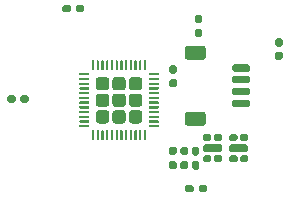
<source format=gbr>
%TF.GenerationSoftware,KiCad,Pcbnew,(5.1.9-0-10_14)*%
%TF.CreationDate,2021-12-14T09:11:42-05:00*%
%TF.ProjectId,dodecahedron_n4,646f6465-6361-4686-9564-726f6e5f6e34,rev?*%
%TF.SameCoordinates,Original*%
%TF.FileFunction,Paste,Bot*%
%TF.FilePolarity,Positive*%
%FSLAX46Y46*%
G04 Gerber Fmt 4.6, Leading zero omitted, Abs format (unit mm)*
G04 Created by KiCad (PCBNEW (5.1.9-0-10_14)) date 2021-12-14 09:11:42*
%MOMM*%
%LPD*%
G01*
G04 APERTURE LIST*
G04 APERTURE END LIST*
%TO.C,U5*%
G36*
G01*
X91198800Y-55215200D02*
X91198800Y-54865200D01*
G75*
G02*
X91373800Y-54690200I175000J0D01*
G01*
X92623800Y-54690200D01*
G75*
G02*
X92798800Y-54865200I0J-175000D01*
G01*
X92798800Y-55215200D01*
G75*
G02*
X92623800Y-55390200I-175000J0D01*
G01*
X91373800Y-55390200D01*
G75*
G02*
X91198800Y-55215200I0J175000D01*
G01*
G37*
G36*
G01*
X92098800Y-54290200D02*
X92098800Y-53990200D01*
G75*
G02*
X92248800Y-53840200I150000J0D01*
G01*
X92648800Y-53840200D01*
G75*
G02*
X92798800Y-53990200I0J-150000D01*
G01*
X92798800Y-54290200D01*
G75*
G02*
X92648800Y-54440200I-150000J0D01*
G01*
X92248800Y-54440200D01*
G75*
G02*
X92098800Y-54290200I0J150000D01*
G01*
G37*
G36*
G01*
X91198800Y-54290200D02*
X91198800Y-53990200D01*
G75*
G02*
X91348800Y-53840200I150000J0D01*
G01*
X91748800Y-53840200D01*
G75*
G02*
X91898800Y-53990200I0J-150000D01*
G01*
X91898800Y-54290200D01*
G75*
G02*
X91748800Y-54440200I-150000J0D01*
G01*
X91348800Y-54440200D01*
G75*
G02*
X91198800Y-54290200I0J150000D01*
G01*
G37*
G36*
G01*
X92098800Y-56090200D02*
X92098800Y-55790200D01*
G75*
G02*
X92248800Y-55640200I150000J0D01*
G01*
X92648800Y-55640200D01*
G75*
G02*
X92798800Y-55790200I0J-150000D01*
G01*
X92798800Y-56090200D01*
G75*
G02*
X92648800Y-56240200I-150000J0D01*
G01*
X92248800Y-56240200D01*
G75*
G02*
X92098800Y-56090200I0J150000D01*
G01*
G37*
G36*
G01*
X91198800Y-56090200D02*
X91198800Y-55790200D01*
G75*
G02*
X91348800Y-55640200I150000J0D01*
G01*
X91748800Y-55640200D01*
G75*
G02*
X91898800Y-55790200I0J-150000D01*
G01*
X91898800Y-56090200D01*
G75*
G02*
X91748800Y-56240200I-150000J0D01*
G01*
X91348800Y-56240200D01*
G75*
G02*
X91198800Y-56090200I0J150000D01*
G01*
G37*
%TD*%
%TO.C,R2*%
G36*
G01*
X90711000Y-55665400D02*
X90391000Y-55665400D01*
G75*
G02*
X90231000Y-55505400I0J160000D01*
G01*
X90231000Y-55110400D01*
G75*
G02*
X90391000Y-54950400I160000J0D01*
G01*
X90711000Y-54950400D01*
G75*
G02*
X90871000Y-55110400I0J-160000D01*
G01*
X90871000Y-55505400D01*
G75*
G02*
X90711000Y-55665400I-160000J0D01*
G01*
G37*
G36*
G01*
X90711000Y-56860400D02*
X90391000Y-56860400D01*
G75*
G02*
X90231000Y-56700400I0J160000D01*
G01*
X90231000Y-56305400D01*
G75*
G02*
X90391000Y-56145400I160000J0D01*
G01*
X90711000Y-56145400D01*
G75*
G02*
X90871000Y-56305400I0J-160000D01*
G01*
X90871000Y-56700400D01*
G75*
G02*
X90711000Y-56860400I-160000J0D01*
G01*
G37*
%TD*%
%TO.C,U4*%
G36*
G01*
X93408600Y-55227900D02*
X93408600Y-54877900D01*
G75*
G02*
X93583600Y-54702900I175000J0D01*
G01*
X94833600Y-54702900D01*
G75*
G02*
X95008600Y-54877900I0J-175000D01*
G01*
X95008600Y-55227900D01*
G75*
G02*
X94833600Y-55402900I-175000J0D01*
G01*
X93583600Y-55402900D01*
G75*
G02*
X93408600Y-55227900I0J175000D01*
G01*
G37*
G36*
G01*
X94308600Y-54302900D02*
X94308600Y-54002900D01*
G75*
G02*
X94458600Y-53852900I150000J0D01*
G01*
X94858600Y-53852900D01*
G75*
G02*
X95008600Y-54002900I0J-150000D01*
G01*
X95008600Y-54302900D01*
G75*
G02*
X94858600Y-54452900I-150000J0D01*
G01*
X94458600Y-54452900D01*
G75*
G02*
X94308600Y-54302900I0J150000D01*
G01*
G37*
G36*
G01*
X93408600Y-54302900D02*
X93408600Y-54002900D01*
G75*
G02*
X93558600Y-53852900I150000J0D01*
G01*
X93958600Y-53852900D01*
G75*
G02*
X94108600Y-54002900I0J-150000D01*
G01*
X94108600Y-54302900D01*
G75*
G02*
X93958600Y-54452900I-150000J0D01*
G01*
X93558600Y-54452900D01*
G75*
G02*
X93408600Y-54302900I0J150000D01*
G01*
G37*
G36*
G01*
X94308600Y-56102900D02*
X94308600Y-55802900D01*
G75*
G02*
X94458600Y-55652900I150000J0D01*
G01*
X94858600Y-55652900D01*
G75*
G02*
X95008600Y-55802900I0J-150000D01*
G01*
X95008600Y-56102900D01*
G75*
G02*
X94858600Y-56252900I-150000J0D01*
G01*
X94458600Y-56252900D01*
G75*
G02*
X94308600Y-56102900I0J150000D01*
G01*
G37*
G36*
G01*
X93408600Y-56102900D02*
X93408600Y-55802900D01*
G75*
G02*
X93558600Y-55652900I150000J0D01*
G01*
X93958600Y-55652900D01*
G75*
G02*
X94108600Y-55802900I0J-150000D01*
G01*
X94108600Y-56102900D01*
G75*
G02*
X93958600Y-56252900I-150000J0D01*
G01*
X93558600Y-56252900D01*
G75*
G02*
X93408600Y-56102900I0J150000D01*
G01*
G37*
%TD*%
%TO.C,U1*%
G36*
G01*
X82989000Y-50155500D02*
X82359000Y-50155500D01*
G75*
G02*
X82109000Y-49905500I0J250000D01*
G01*
X82109000Y-49275500D01*
G75*
G02*
X82359000Y-49025500I250000J0D01*
G01*
X82989000Y-49025500D01*
G75*
G02*
X83239000Y-49275500I0J-250000D01*
G01*
X83239000Y-49905500D01*
G75*
G02*
X82989000Y-50155500I-250000J0D01*
G01*
G37*
G36*
G01*
X84389000Y-50155500D02*
X83759000Y-50155500D01*
G75*
G02*
X83509000Y-49905500I0J250000D01*
G01*
X83509000Y-49275500D01*
G75*
G02*
X83759000Y-49025500I250000J0D01*
G01*
X84389000Y-49025500D01*
G75*
G02*
X84639000Y-49275500I0J-250000D01*
G01*
X84639000Y-49905500D01*
G75*
G02*
X84389000Y-50155500I-250000J0D01*
G01*
G37*
G36*
G01*
X85789000Y-50155500D02*
X85159000Y-50155500D01*
G75*
G02*
X84909000Y-49905500I0J250000D01*
G01*
X84909000Y-49275500D01*
G75*
G02*
X85159000Y-49025500I250000J0D01*
G01*
X85789000Y-49025500D01*
G75*
G02*
X86039000Y-49275500I0J-250000D01*
G01*
X86039000Y-49905500D01*
G75*
G02*
X85789000Y-50155500I-250000J0D01*
G01*
G37*
G36*
G01*
X82989000Y-51555500D02*
X82359000Y-51555500D01*
G75*
G02*
X82109000Y-51305500I0J250000D01*
G01*
X82109000Y-50675500D01*
G75*
G02*
X82359000Y-50425500I250000J0D01*
G01*
X82989000Y-50425500D01*
G75*
G02*
X83239000Y-50675500I0J-250000D01*
G01*
X83239000Y-51305500D01*
G75*
G02*
X82989000Y-51555500I-250000J0D01*
G01*
G37*
G36*
G01*
X84389000Y-51555500D02*
X83759000Y-51555500D01*
G75*
G02*
X83509000Y-51305500I0J250000D01*
G01*
X83509000Y-50675500D01*
G75*
G02*
X83759000Y-50425500I250000J0D01*
G01*
X84389000Y-50425500D01*
G75*
G02*
X84639000Y-50675500I0J-250000D01*
G01*
X84639000Y-51305500D01*
G75*
G02*
X84389000Y-51555500I-250000J0D01*
G01*
G37*
G36*
G01*
X85789000Y-51555500D02*
X85159000Y-51555500D01*
G75*
G02*
X84909000Y-51305500I0J250000D01*
G01*
X84909000Y-50675500D01*
G75*
G02*
X85159000Y-50425500I250000J0D01*
G01*
X85789000Y-50425500D01*
G75*
G02*
X86039000Y-50675500I0J-250000D01*
G01*
X86039000Y-51305500D01*
G75*
G02*
X85789000Y-51555500I-250000J0D01*
G01*
G37*
G36*
G01*
X82989000Y-52955500D02*
X82359000Y-52955500D01*
G75*
G02*
X82109000Y-52705500I0J250000D01*
G01*
X82109000Y-52075500D01*
G75*
G02*
X82359000Y-51825500I250000J0D01*
G01*
X82989000Y-51825500D01*
G75*
G02*
X83239000Y-52075500I0J-250000D01*
G01*
X83239000Y-52705500D01*
G75*
G02*
X82989000Y-52955500I-250000J0D01*
G01*
G37*
G36*
G01*
X84389000Y-52955500D02*
X83759000Y-52955500D01*
G75*
G02*
X83509000Y-52705500I0J250000D01*
G01*
X83509000Y-52075500D01*
G75*
G02*
X83759000Y-51825500I250000J0D01*
G01*
X84389000Y-51825500D01*
G75*
G02*
X84639000Y-52075500I0J-250000D01*
G01*
X84639000Y-52705500D01*
G75*
G02*
X84389000Y-52955500I-250000J0D01*
G01*
G37*
G36*
G01*
X85789000Y-52955500D02*
X85159000Y-52955500D01*
G75*
G02*
X84909000Y-52705500I0J250000D01*
G01*
X84909000Y-52075500D01*
G75*
G02*
X85159000Y-51825500I250000J0D01*
G01*
X85789000Y-51825500D01*
G75*
G02*
X86039000Y-52075500I0J-250000D01*
G01*
X86039000Y-52705500D01*
G75*
G02*
X85789000Y-52955500I-250000J0D01*
G01*
G37*
G36*
G01*
X87399000Y-53290500D02*
X86649000Y-53290500D01*
G75*
G02*
X86599000Y-53240500I0J50000D01*
G01*
X86599000Y-53140500D01*
G75*
G02*
X86649000Y-53090500I50000J0D01*
G01*
X87399000Y-53090500D01*
G75*
G02*
X87449000Y-53140500I0J-50000D01*
G01*
X87449000Y-53240500D01*
G75*
G02*
X87399000Y-53290500I-50000J0D01*
G01*
G37*
G36*
G01*
X87399000Y-52890500D02*
X86649000Y-52890500D01*
G75*
G02*
X86599000Y-52840500I0J50000D01*
G01*
X86599000Y-52740500D01*
G75*
G02*
X86649000Y-52690500I50000J0D01*
G01*
X87399000Y-52690500D01*
G75*
G02*
X87449000Y-52740500I0J-50000D01*
G01*
X87449000Y-52840500D01*
G75*
G02*
X87399000Y-52890500I-50000J0D01*
G01*
G37*
G36*
G01*
X87399000Y-52490500D02*
X86649000Y-52490500D01*
G75*
G02*
X86599000Y-52440500I0J50000D01*
G01*
X86599000Y-52340500D01*
G75*
G02*
X86649000Y-52290500I50000J0D01*
G01*
X87399000Y-52290500D01*
G75*
G02*
X87449000Y-52340500I0J-50000D01*
G01*
X87449000Y-52440500D01*
G75*
G02*
X87399000Y-52490500I-50000J0D01*
G01*
G37*
G36*
G01*
X87399000Y-52090500D02*
X86649000Y-52090500D01*
G75*
G02*
X86599000Y-52040500I0J50000D01*
G01*
X86599000Y-51940500D01*
G75*
G02*
X86649000Y-51890500I50000J0D01*
G01*
X87399000Y-51890500D01*
G75*
G02*
X87449000Y-51940500I0J-50000D01*
G01*
X87449000Y-52040500D01*
G75*
G02*
X87399000Y-52090500I-50000J0D01*
G01*
G37*
G36*
G01*
X87399000Y-51690500D02*
X86649000Y-51690500D01*
G75*
G02*
X86599000Y-51640500I0J50000D01*
G01*
X86599000Y-51540500D01*
G75*
G02*
X86649000Y-51490500I50000J0D01*
G01*
X87399000Y-51490500D01*
G75*
G02*
X87449000Y-51540500I0J-50000D01*
G01*
X87449000Y-51640500D01*
G75*
G02*
X87399000Y-51690500I-50000J0D01*
G01*
G37*
G36*
G01*
X87399000Y-51290500D02*
X86649000Y-51290500D01*
G75*
G02*
X86599000Y-51240500I0J50000D01*
G01*
X86599000Y-51140500D01*
G75*
G02*
X86649000Y-51090500I50000J0D01*
G01*
X87399000Y-51090500D01*
G75*
G02*
X87449000Y-51140500I0J-50000D01*
G01*
X87449000Y-51240500D01*
G75*
G02*
X87399000Y-51290500I-50000J0D01*
G01*
G37*
G36*
G01*
X87399000Y-50890500D02*
X86649000Y-50890500D01*
G75*
G02*
X86599000Y-50840500I0J50000D01*
G01*
X86599000Y-50740500D01*
G75*
G02*
X86649000Y-50690500I50000J0D01*
G01*
X87399000Y-50690500D01*
G75*
G02*
X87449000Y-50740500I0J-50000D01*
G01*
X87449000Y-50840500D01*
G75*
G02*
X87399000Y-50890500I-50000J0D01*
G01*
G37*
G36*
G01*
X87399000Y-50490500D02*
X86649000Y-50490500D01*
G75*
G02*
X86599000Y-50440500I0J50000D01*
G01*
X86599000Y-50340500D01*
G75*
G02*
X86649000Y-50290500I50000J0D01*
G01*
X87399000Y-50290500D01*
G75*
G02*
X87449000Y-50340500I0J-50000D01*
G01*
X87449000Y-50440500D01*
G75*
G02*
X87399000Y-50490500I-50000J0D01*
G01*
G37*
G36*
G01*
X87399000Y-50090500D02*
X86649000Y-50090500D01*
G75*
G02*
X86599000Y-50040500I0J50000D01*
G01*
X86599000Y-49940500D01*
G75*
G02*
X86649000Y-49890500I50000J0D01*
G01*
X87399000Y-49890500D01*
G75*
G02*
X87449000Y-49940500I0J-50000D01*
G01*
X87449000Y-50040500D01*
G75*
G02*
X87399000Y-50090500I-50000J0D01*
G01*
G37*
G36*
G01*
X87399000Y-49690500D02*
X86649000Y-49690500D01*
G75*
G02*
X86599000Y-49640500I0J50000D01*
G01*
X86599000Y-49540500D01*
G75*
G02*
X86649000Y-49490500I50000J0D01*
G01*
X87399000Y-49490500D01*
G75*
G02*
X87449000Y-49540500I0J-50000D01*
G01*
X87449000Y-49640500D01*
G75*
G02*
X87399000Y-49690500I-50000J0D01*
G01*
G37*
G36*
G01*
X87399000Y-49290500D02*
X86649000Y-49290500D01*
G75*
G02*
X86599000Y-49240500I0J50000D01*
G01*
X86599000Y-49140500D01*
G75*
G02*
X86649000Y-49090500I50000J0D01*
G01*
X87399000Y-49090500D01*
G75*
G02*
X87449000Y-49140500I0J-50000D01*
G01*
X87449000Y-49240500D01*
G75*
G02*
X87399000Y-49290500I-50000J0D01*
G01*
G37*
G36*
G01*
X87399000Y-48890500D02*
X86649000Y-48890500D01*
G75*
G02*
X86599000Y-48840500I0J50000D01*
G01*
X86599000Y-48740500D01*
G75*
G02*
X86649000Y-48690500I50000J0D01*
G01*
X87399000Y-48690500D01*
G75*
G02*
X87449000Y-48740500I0J-50000D01*
G01*
X87449000Y-48840500D01*
G75*
G02*
X87399000Y-48890500I-50000J0D01*
G01*
G37*
G36*
G01*
X86324000Y-48465500D02*
X86224000Y-48465500D01*
G75*
G02*
X86174000Y-48415500I0J50000D01*
G01*
X86174000Y-47665500D01*
G75*
G02*
X86224000Y-47615500I50000J0D01*
G01*
X86324000Y-47615500D01*
G75*
G02*
X86374000Y-47665500I0J-50000D01*
G01*
X86374000Y-48415500D01*
G75*
G02*
X86324000Y-48465500I-50000J0D01*
G01*
G37*
G36*
G01*
X85924000Y-48465500D02*
X85824000Y-48465500D01*
G75*
G02*
X85774000Y-48415500I0J50000D01*
G01*
X85774000Y-47665500D01*
G75*
G02*
X85824000Y-47615500I50000J0D01*
G01*
X85924000Y-47615500D01*
G75*
G02*
X85974000Y-47665500I0J-50000D01*
G01*
X85974000Y-48415500D01*
G75*
G02*
X85924000Y-48465500I-50000J0D01*
G01*
G37*
G36*
G01*
X85524000Y-48465500D02*
X85424000Y-48465500D01*
G75*
G02*
X85374000Y-48415500I0J50000D01*
G01*
X85374000Y-47665500D01*
G75*
G02*
X85424000Y-47615500I50000J0D01*
G01*
X85524000Y-47615500D01*
G75*
G02*
X85574000Y-47665500I0J-50000D01*
G01*
X85574000Y-48415500D01*
G75*
G02*
X85524000Y-48465500I-50000J0D01*
G01*
G37*
G36*
G01*
X85124000Y-48465500D02*
X85024000Y-48465500D01*
G75*
G02*
X84974000Y-48415500I0J50000D01*
G01*
X84974000Y-47665500D01*
G75*
G02*
X85024000Y-47615500I50000J0D01*
G01*
X85124000Y-47615500D01*
G75*
G02*
X85174000Y-47665500I0J-50000D01*
G01*
X85174000Y-48415500D01*
G75*
G02*
X85124000Y-48465500I-50000J0D01*
G01*
G37*
G36*
G01*
X84724000Y-48465500D02*
X84624000Y-48465500D01*
G75*
G02*
X84574000Y-48415500I0J50000D01*
G01*
X84574000Y-47665500D01*
G75*
G02*
X84624000Y-47615500I50000J0D01*
G01*
X84724000Y-47615500D01*
G75*
G02*
X84774000Y-47665500I0J-50000D01*
G01*
X84774000Y-48415500D01*
G75*
G02*
X84724000Y-48465500I-50000J0D01*
G01*
G37*
G36*
G01*
X84324000Y-48465500D02*
X84224000Y-48465500D01*
G75*
G02*
X84174000Y-48415500I0J50000D01*
G01*
X84174000Y-47665500D01*
G75*
G02*
X84224000Y-47615500I50000J0D01*
G01*
X84324000Y-47615500D01*
G75*
G02*
X84374000Y-47665500I0J-50000D01*
G01*
X84374000Y-48415500D01*
G75*
G02*
X84324000Y-48465500I-50000J0D01*
G01*
G37*
G36*
G01*
X83924000Y-48465500D02*
X83824000Y-48465500D01*
G75*
G02*
X83774000Y-48415500I0J50000D01*
G01*
X83774000Y-47665500D01*
G75*
G02*
X83824000Y-47615500I50000J0D01*
G01*
X83924000Y-47615500D01*
G75*
G02*
X83974000Y-47665500I0J-50000D01*
G01*
X83974000Y-48415500D01*
G75*
G02*
X83924000Y-48465500I-50000J0D01*
G01*
G37*
G36*
G01*
X83524000Y-48465500D02*
X83424000Y-48465500D01*
G75*
G02*
X83374000Y-48415500I0J50000D01*
G01*
X83374000Y-47665500D01*
G75*
G02*
X83424000Y-47615500I50000J0D01*
G01*
X83524000Y-47615500D01*
G75*
G02*
X83574000Y-47665500I0J-50000D01*
G01*
X83574000Y-48415500D01*
G75*
G02*
X83524000Y-48465500I-50000J0D01*
G01*
G37*
G36*
G01*
X83124000Y-48465500D02*
X83024000Y-48465500D01*
G75*
G02*
X82974000Y-48415500I0J50000D01*
G01*
X82974000Y-47665500D01*
G75*
G02*
X83024000Y-47615500I50000J0D01*
G01*
X83124000Y-47615500D01*
G75*
G02*
X83174000Y-47665500I0J-50000D01*
G01*
X83174000Y-48415500D01*
G75*
G02*
X83124000Y-48465500I-50000J0D01*
G01*
G37*
G36*
G01*
X82724000Y-48465500D02*
X82624000Y-48465500D01*
G75*
G02*
X82574000Y-48415500I0J50000D01*
G01*
X82574000Y-47665500D01*
G75*
G02*
X82624000Y-47615500I50000J0D01*
G01*
X82724000Y-47615500D01*
G75*
G02*
X82774000Y-47665500I0J-50000D01*
G01*
X82774000Y-48415500D01*
G75*
G02*
X82724000Y-48465500I-50000J0D01*
G01*
G37*
G36*
G01*
X82324000Y-48465500D02*
X82224000Y-48465500D01*
G75*
G02*
X82174000Y-48415500I0J50000D01*
G01*
X82174000Y-47665500D01*
G75*
G02*
X82224000Y-47615500I50000J0D01*
G01*
X82324000Y-47615500D01*
G75*
G02*
X82374000Y-47665500I0J-50000D01*
G01*
X82374000Y-48415500D01*
G75*
G02*
X82324000Y-48465500I-50000J0D01*
G01*
G37*
G36*
G01*
X81924000Y-48465500D02*
X81824000Y-48465500D01*
G75*
G02*
X81774000Y-48415500I0J50000D01*
G01*
X81774000Y-47665500D01*
G75*
G02*
X81824000Y-47615500I50000J0D01*
G01*
X81924000Y-47615500D01*
G75*
G02*
X81974000Y-47665500I0J-50000D01*
G01*
X81974000Y-48415500D01*
G75*
G02*
X81924000Y-48465500I-50000J0D01*
G01*
G37*
G36*
G01*
X81499000Y-48890500D02*
X80749000Y-48890500D01*
G75*
G02*
X80699000Y-48840500I0J50000D01*
G01*
X80699000Y-48740500D01*
G75*
G02*
X80749000Y-48690500I50000J0D01*
G01*
X81499000Y-48690500D01*
G75*
G02*
X81549000Y-48740500I0J-50000D01*
G01*
X81549000Y-48840500D01*
G75*
G02*
X81499000Y-48890500I-50000J0D01*
G01*
G37*
G36*
G01*
X81499000Y-49290500D02*
X80749000Y-49290500D01*
G75*
G02*
X80699000Y-49240500I0J50000D01*
G01*
X80699000Y-49140500D01*
G75*
G02*
X80749000Y-49090500I50000J0D01*
G01*
X81499000Y-49090500D01*
G75*
G02*
X81549000Y-49140500I0J-50000D01*
G01*
X81549000Y-49240500D01*
G75*
G02*
X81499000Y-49290500I-50000J0D01*
G01*
G37*
G36*
G01*
X81499000Y-49690500D02*
X80749000Y-49690500D01*
G75*
G02*
X80699000Y-49640500I0J50000D01*
G01*
X80699000Y-49540500D01*
G75*
G02*
X80749000Y-49490500I50000J0D01*
G01*
X81499000Y-49490500D01*
G75*
G02*
X81549000Y-49540500I0J-50000D01*
G01*
X81549000Y-49640500D01*
G75*
G02*
X81499000Y-49690500I-50000J0D01*
G01*
G37*
G36*
G01*
X81499000Y-50090500D02*
X80749000Y-50090500D01*
G75*
G02*
X80699000Y-50040500I0J50000D01*
G01*
X80699000Y-49940500D01*
G75*
G02*
X80749000Y-49890500I50000J0D01*
G01*
X81499000Y-49890500D01*
G75*
G02*
X81549000Y-49940500I0J-50000D01*
G01*
X81549000Y-50040500D01*
G75*
G02*
X81499000Y-50090500I-50000J0D01*
G01*
G37*
G36*
G01*
X81499000Y-50490500D02*
X80749000Y-50490500D01*
G75*
G02*
X80699000Y-50440500I0J50000D01*
G01*
X80699000Y-50340500D01*
G75*
G02*
X80749000Y-50290500I50000J0D01*
G01*
X81499000Y-50290500D01*
G75*
G02*
X81549000Y-50340500I0J-50000D01*
G01*
X81549000Y-50440500D01*
G75*
G02*
X81499000Y-50490500I-50000J0D01*
G01*
G37*
G36*
G01*
X81499000Y-50890500D02*
X80749000Y-50890500D01*
G75*
G02*
X80699000Y-50840500I0J50000D01*
G01*
X80699000Y-50740500D01*
G75*
G02*
X80749000Y-50690500I50000J0D01*
G01*
X81499000Y-50690500D01*
G75*
G02*
X81549000Y-50740500I0J-50000D01*
G01*
X81549000Y-50840500D01*
G75*
G02*
X81499000Y-50890500I-50000J0D01*
G01*
G37*
G36*
G01*
X81499000Y-51290500D02*
X80749000Y-51290500D01*
G75*
G02*
X80699000Y-51240500I0J50000D01*
G01*
X80699000Y-51140500D01*
G75*
G02*
X80749000Y-51090500I50000J0D01*
G01*
X81499000Y-51090500D01*
G75*
G02*
X81549000Y-51140500I0J-50000D01*
G01*
X81549000Y-51240500D01*
G75*
G02*
X81499000Y-51290500I-50000J0D01*
G01*
G37*
G36*
G01*
X81499000Y-51690500D02*
X80749000Y-51690500D01*
G75*
G02*
X80699000Y-51640500I0J50000D01*
G01*
X80699000Y-51540500D01*
G75*
G02*
X80749000Y-51490500I50000J0D01*
G01*
X81499000Y-51490500D01*
G75*
G02*
X81549000Y-51540500I0J-50000D01*
G01*
X81549000Y-51640500D01*
G75*
G02*
X81499000Y-51690500I-50000J0D01*
G01*
G37*
G36*
G01*
X81499000Y-52090500D02*
X80749000Y-52090500D01*
G75*
G02*
X80699000Y-52040500I0J50000D01*
G01*
X80699000Y-51940500D01*
G75*
G02*
X80749000Y-51890500I50000J0D01*
G01*
X81499000Y-51890500D01*
G75*
G02*
X81549000Y-51940500I0J-50000D01*
G01*
X81549000Y-52040500D01*
G75*
G02*
X81499000Y-52090500I-50000J0D01*
G01*
G37*
G36*
G01*
X81499000Y-52490500D02*
X80749000Y-52490500D01*
G75*
G02*
X80699000Y-52440500I0J50000D01*
G01*
X80699000Y-52340500D01*
G75*
G02*
X80749000Y-52290500I50000J0D01*
G01*
X81499000Y-52290500D01*
G75*
G02*
X81549000Y-52340500I0J-50000D01*
G01*
X81549000Y-52440500D01*
G75*
G02*
X81499000Y-52490500I-50000J0D01*
G01*
G37*
G36*
G01*
X81499000Y-52890500D02*
X80749000Y-52890500D01*
G75*
G02*
X80699000Y-52840500I0J50000D01*
G01*
X80699000Y-52740500D01*
G75*
G02*
X80749000Y-52690500I50000J0D01*
G01*
X81499000Y-52690500D01*
G75*
G02*
X81549000Y-52740500I0J-50000D01*
G01*
X81549000Y-52840500D01*
G75*
G02*
X81499000Y-52890500I-50000J0D01*
G01*
G37*
G36*
G01*
X81499000Y-53290500D02*
X80749000Y-53290500D01*
G75*
G02*
X80699000Y-53240500I0J50000D01*
G01*
X80699000Y-53140500D01*
G75*
G02*
X80749000Y-53090500I50000J0D01*
G01*
X81499000Y-53090500D01*
G75*
G02*
X81549000Y-53140500I0J-50000D01*
G01*
X81549000Y-53240500D01*
G75*
G02*
X81499000Y-53290500I-50000J0D01*
G01*
G37*
G36*
G01*
X81924000Y-54365500D02*
X81824000Y-54365500D01*
G75*
G02*
X81774000Y-54315500I0J50000D01*
G01*
X81774000Y-53565500D01*
G75*
G02*
X81824000Y-53515500I50000J0D01*
G01*
X81924000Y-53515500D01*
G75*
G02*
X81974000Y-53565500I0J-50000D01*
G01*
X81974000Y-54315500D01*
G75*
G02*
X81924000Y-54365500I-50000J0D01*
G01*
G37*
G36*
G01*
X82324000Y-54365500D02*
X82224000Y-54365500D01*
G75*
G02*
X82174000Y-54315500I0J50000D01*
G01*
X82174000Y-53565500D01*
G75*
G02*
X82224000Y-53515500I50000J0D01*
G01*
X82324000Y-53515500D01*
G75*
G02*
X82374000Y-53565500I0J-50000D01*
G01*
X82374000Y-54315500D01*
G75*
G02*
X82324000Y-54365500I-50000J0D01*
G01*
G37*
G36*
G01*
X82724000Y-54365500D02*
X82624000Y-54365500D01*
G75*
G02*
X82574000Y-54315500I0J50000D01*
G01*
X82574000Y-53565500D01*
G75*
G02*
X82624000Y-53515500I50000J0D01*
G01*
X82724000Y-53515500D01*
G75*
G02*
X82774000Y-53565500I0J-50000D01*
G01*
X82774000Y-54315500D01*
G75*
G02*
X82724000Y-54365500I-50000J0D01*
G01*
G37*
G36*
G01*
X83124000Y-54365500D02*
X83024000Y-54365500D01*
G75*
G02*
X82974000Y-54315500I0J50000D01*
G01*
X82974000Y-53565500D01*
G75*
G02*
X83024000Y-53515500I50000J0D01*
G01*
X83124000Y-53515500D01*
G75*
G02*
X83174000Y-53565500I0J-50000D01*
G01*
X83174000Y-54315500D01*
G75*
G02*
X83124000Y-54365500I-50000J0D01*
G01*
G37*
G36*
G01*
X83524000Y-54365500D02*
X83424000Y-54365500D01*
G75*
G02*
X83374000Y-54315500I0J50000D01*
G01*
X83374000Y-53565500D01*
G75*
G02*
X83424000Y-53515500I50000J0D01*
G01*
X83524000Y-53515500D01*
G75*
G02*
X83574000Y-53565500I0J-50000D01*
G01*
X83574000Y-54315500D01*
G75*
G02*
X83524000Y-54365500I-50000J0D01*
G01*
G37*
G36*
G01*
X83924000Y-54365500D02*
X83824000Y-54365500D01*
G75*
G02*
X83774000Y-54315500I0J50000D01*
G01*
X83774000Y-53565500D01*
G75*
G02*
X83824000Y-53515500I50000J0D01*
G01*
X83924000Y-53515500D01*
G75*
G02*
X83974000Y-53565500I0J-50000D01*
G01*
X83974000Y-54315500D01*
G75*
G02*
X83924000Y-54365500I-50000J0D01*
G01*
G37*
G36*
G01*
X84324000Y-54365500D02*
X84224000Y-54365500D01*
G75*
G02*
X84174000Y-54315500I0J50000D01*
G01*
X84174000Y-53565500D01*
G75*
G02*
X84224000Y-53515500I50000J0D01*
G01*
X84324000Y-53515500D01*
G75*
G02*
X84374000Y-53565500I0J-50000D01*
G01*
X84374000Y-54315500D01*
G75*
G02*
X84324000Y-54365500I-50000J0D01*
G01*
G37*
G36*
G01*
X84724000Y-54365500D02*
X84624000Y-54365500D01*
G75*
G02*
X84574000Y-54315500I0J50000D01*
G01*
X84574000Y-53565500D01*
G75*
G02*
X84624000Y-53515500I50000J0D01*
G01*
X84724000Y-53515500D01*
G75*
G02*
X84774000Y-53565500I0J-50000D01*
G01*
X84774000Y-54315500D01*
G75*
G02*
X84724000Y-54365500I-50000J0D01*
G01*
G37*
G36*
G01*
X85124000Y-54365500D02*
X85024000Y-54365500D01*
G75*
G02*
X84974000Y-54315500I0J50000D01*
G01*
X84974000Y-53565500D01*
G75*
G02*
X85024000Y-53515500I50000J0D01*
G01*
X85124000Y-53515500D01*
G75*
G02*
X85174000Y-53565500I0J-50000D01*
G01*
X85174000Y-54315500D01*
G75*
G02*
X85124000Y-54365500I-50000J0D01*
G01*
G37*
G36*
G01*
X85524000Y-54365500D02*
X85424000Y-54365500D01*
G75*
G02*
X85374000Y-54315500I0J50000D01*
G01*
X85374000Y-53565500D01*
G75*
G02*
X85424000Y-53515500I50000J0D01*
G01*
X85524000Y-53515500D01*
G75*
G02*
X85574000Y-53565500I0J-50000D01*
G01*
X85574000Y-54315500D01*
G75*
G02*
X85524000Y-54365500I-50000J0D01*
G01*
G37*
G36*
G01*
X85924000Y-54365500D02*
X85824000Y-54365500D01*
G75*
G02*
X85774000Y-54315500I0J50000D01*
G01*
X85774000Y-53565500D01*
G75*
G02*
X85824000Y-53515500I50000J0D01*
G01*
X85924000Y-53515500D01*
G75*
G02*
X85974000Y-53565500I0J-50000D01*
G01*
X85974000Y-54315500D01*
G75*
G02*
X85924000Y-54365500I-50000J0D01*
G01*
G37*
G36*
G01*
X86324000Y-54365500D02*
X86224000Y-54365500D01*
G75*
G02*
X86174000Y-54315500I0J50000D01*
G01*
X86174000Y-53565500D01*
G75*
G02*
X86224000Y-53515500I50000J0D01*
G01*
X86324000Y-53515500D01*
G75*
G02*
X86374000Y-53565500I0J-50000D01*
G01*
X86374000Y-54315500D01*
G75*
G02*
X86324000Y-54365500I-50000J0D01*
G01*
G37*
%TD*%
%TO.C,R5*%
G36*
G01*
X89745800Y-55640000D02*
X89425800Y-55640000D01*
G75*
G02*
X89265800Y-55480000I0J160000D01*
G01*
X89265800Y-55085000D01*
G75*
G02*
X89425800Y-54925000I160000J0D01*
G01*
X89745800Y-54925000D01*
G75*
G02*
X89905800Y-55085000I0J-160000D01*
G01*
X89905800Y-55480000D01*
G75*
G02*
X89745800Y-55640000I-160000J0D01*
G01*
G37*
G36*
G01*
X89745800Y-56835000D02*
X89425800Y-56835000D01*
G75*
G02*
X89265800Y-56675000I0J160000D01*
G01*
X89265800Y-56280000D01*
G75*
G02*
X89425800Y-56120000I160000J0D01*
G01*
X89745800Y-56120000D01*
G75*
G02*
X89905800Y-56280000I0J-160000D01*
G01*
X89905800Y-56675000D01*
G75*
G02*
X89745800Y-56835000I-160000J0D01*
G01*
G37*
%TD*%
%TO.C,R4*%
G36*
G01*
X88793300Y-55640000D02*
X88473300Y-55640000D01*
G75*
G02*
X88313300Y-55480000I0J160000D01*
G01*
X88313300Y-55085000D01*
G75*
G02*
X88473300Y-54925000I160000J0D01*
G01*
X88793300Y-54925000D01*
G75*
G02*
X88953300Y-55085000I0J-160000D01*
G01*
X88953300Y-55480000D01*
G75*
G02*
X88793300Y-55640000I-160000J0D01*
G01*
G37*
G36*
G01*
X88793300Y-56835000D02*
X88473300Y-56835000D01*
G75*
G02*
X88313300Y-56675000I0J160000D01*
G01*
X88313300Y-56280000D01*
G75*
G02*
X88473300Y-56120000I160000J0D01*
G01*
X88793300Y-56120000D01*
G75*
G02*
X88953300Y-56280000I0J-160000D01*
G01*
X88953300Y-56675000D01*
G75*
G02*
X88793300Y-56835000I-160000J0D01*
G01*
G37*
%TD*%
%TO.C,R1*%
G36*
G01*
X90657700Y-44931300D02*
X90977700Y-44931300D01*
G75*
G02*
X91137700Y-45091300I0J-160000D01*
G01*
X91137700Y-45486300D01*
G75*
G02*
X90977700Y-45646300I-160000J0D01*
G01*
X90657700Y-45646300D01*
G75*
G02*
X90497700Y-45486300I0J160000D01*
G01*
X90497700Y-45091300D01*
G75*
G02*
X90657700Y-44931300I160000J0D01*
G01*
G37*
G36*
G01*
X90657700Y-43736300D02*
X90977700Y-43736300D01*
G75*
G02*
X91137700Y-43896300I0J-160000D01*
G01*
X91137700Y-44291300D01*
G75*
G02*
X90977700Y-44451300I-160000J0D01*
G01*
X90657700Y-44451300D01*
G75*
G02*
X90497700Y-44291300I0J160000D01*
G01*
X90497700Y-43896300D01*
G75*
G02*
X90657700Y-43736300I160000J0D01*
G01*
G37*
%TD*%
%TO.C,C5*%
G36*
G01*
X75714200Y-51031200D02*
X75714200Y-50721200D01*
G75*
G02*
X75869200Y-50566200I155000J0D01*
G01*
X76294200Y-50566200D01*
G75*
G02*
X76449200Y-50721200I0J-155000D01*
G01*
X76449200Y-51031200D01*
G75*
G02*
X76294200Y-51186200I-155000J0D01*
G01*
X75869200Y-51186200D01*
G75*
G02*
X75714200Y-51031200I0J155000D01*
G01*
G37*
G36*
G01*
X74579200Y-51031200D02*
X74579200Y-50721200D01*
G75*
G02*
X74734200Y-50566200I155000J0D01*
G01*
X75159200Y-50566200D01*
G75*
G02*
X75314200Y-50721200I0J-155000D01*
G01*
X75314200Y-51031200D01*
G75*
G02*
X75159200Y-51186200I-155000J0D01*
G01*
X74734200Y-51186200D01*
G75*
G02*
X74579200Y-51031200I0J155000D01*
G01*
G37*
%TD*%
%TO.C,C4*%
G36*
G01*
X90801800Y-58625800D02*
X90801800Y-58315800D01*
G75*
G02*
X90956800Y-58160800I155000J0D01*
G01*
X91381800Y-58160800D01*
G75*
G02*
X91536800Y-58315800I0J-155000D01*
G01*
X91536800Y-58625800D01*
G75*
G02*
X91381800Y-58780800I-155000J0D01*
G01*
X90956800Y-58780800D01*
G75*
G02*
X90801800Y-58625800I0J155000D01*
G01*
G37*
G36*
G01*
X89666800Y-58625800D02*
X89666800Y-58315800D01*
G75*
G02*
X89821800Y-58160800I155000J0D01*
G01*
X90246800Y-58160800D01*
G75*
G02*
X90401800Y-58315800I0J-155000D01*
G01*
X90401800Y-58625800D01*
G75*
G02*
X90246800Y-58780800I-155000J0D01*
G01*
X89821800Y-58780800D01*
G75*
G02*
X89666800Y-58625800I0J155000D01*
G01*
G37*
%TD*%
%TO.C,C3*%
G36*
G01*
X97457200Y-46859800D02*
X97767200Y-46859800D01*
G75*
G02*
X97922200Y-47014800I0J-155000D01*
G01*
X97922200Y-47439800D01*
G75*
G02*
X97767200Y-47594800I-155000J0D01*
G01*
X97457200Y-47594800D01*
G75*
G02*
X97302200Y-47439800I0J155000D01*
G01*
X97302200Y-47014800D01*
G75*
G02*
X97457200Y-46859800I155000J0D01*
G01*
G37*
G36*
G01*
X97457200Y-45724800D02*
X97767200Y-45724800D01*
G75*
G02*
X97922200Y-45879800I0J-155000D01*
G01*
X97922200Y-46304800D01*
G75*
G02*
X97767200Y-46459800I-155000J0D01*
G01*
X97457200Y-46459800D01*
G75*
G02*
X97302200Y-46304800I0J155000D01*
G01*
X97302200Y-45879800D01*
G75*
G02*
X97457200Y-45724800I155000J0D01*
G01*
G37*
%TD*%
%TO.C,C2*%
G36*
G01*
X80413200Y-43385800D02*
X80413200Y-43075800D01*
G75*
G02*
X80568200Y-42920800I155000J0D01*
G01*
X80993200Y-42920800D01*
G75*
G02*
X81148200Y-43075800I0J-155000D01*
G01*
X81148200Y-43385800D01*
G75*
G02*
X80993200Y-43540800I-155000J0D01*
G01*
X80568200Y-43540800D01*
G75*
G02*
X80413200Y-43385800I0J155000D01*
G01*
G37*
G36*
G01*
X79278200Y-43385800D02*
X79278200Y-43075800D01*
G75*
G02*
X79433200Y-42920800I155000J0D01*
G01*
X79858200Y-42920800D01*
G75*
G02*
X80013200Y-43075800I0J-155000D01*
G01*
X80013200Y-43385800D01*
G75*
G02*
X79858200Y-43540800I-155000J0D01*
G01*
X79433200Y-43540800D01*
G75*
G02*
X79278200Y-43385800I0J155000D01*
G01*
G37*
%TD*%
%TO.C,C1*%
G36*
G01*
X88491000Y-49171200D02*
X88801000Y-49171200D01*
G75*
G02*
X88956000Y-49326200I0J-155000D01*
G01*
X88956000Y-49751200D01*
G75*
G02*
X88801000Y-49906200I-155000J0D01*
G01*
X88491000Y-49906200D01*
G75*
G02*
X88336000Y-49751200I0J155000D01*
G01*
X88336000Y-49326200D01*
G75*
G02*
X88491000Y-49171200I155000J0D01*
G01*
G37*
G36*
G01*
X88491000Y-48036200D02*
X88801000Y-48036200D01*
G75*
G02*
X88956000Y-48191200I0J-155000D01*
G01*
X88956000Y-48616200D01*
G75*
G02*
X88801000Y-48771200I-155000J0D01*
G01*
X88491000Y-48771200D01*
G75*
G02*
X88336000Y-48616200I0J155000D01*
G01*
X88336000Y-48191200D01*
G75*
G02*
X88491000Y-48036200I155000J0D01*
G01*
G37*
%TD*%
%TO.C,J1*%
G36*
G01*
X91180201Y-47558600D02*
X89880199Y-47558600D01*
G75*
G02*
X89630200Y-47308601I0J249999D01*
G01*
X89630200Y-46608599D01*
G75*
G02*
X89880199Y-46358600I249999J0D01*
G01*
X91180201Y-46358600D01*
G75*
G02*
X91430200Y-46608599I0J-249999D01*
G01*
X91430200Y-47308601D01*
G75*
G02*
X91180201Y-47558600I-249999J0D01*
G01*
G37*
G36*
G01*
X91180201Y-53158600D02*
X89880199Y-53158600D01*
G75*
G02*
X89630200Y-52908601I0J249999D01*
G01*
X89630200Y-52208599D01*
G75*
G02*
X89880199Y-51958600I249999J0D01*
G01*
X91180201Y-51958600D01*
G75*
G02*
X91430200Y-52208599I0J-249999D01*
G01*
X91430200Y-52908601D01*
G75*
G02*
X91180201Y-53158600I-249999J0D01*
G01*
G37*
G36*
G01*
X95030200Y-48558600D02*
X93780200Y-48558600D01*
G75*
G02*
X93630200Y-48408600I0J150000D01*
G01*
X93630200Y-48108600D01*
G75*
G02*
X93780200Y-47958600I150000J0D01*
G01*
X95030200Y-47958600D01*
G75*
G02*
X95180200Y-48108600I0J-150000D01*
G01*
X95180200Y-48408600D01*
G75*
G02*
X95030200Y-48558600I-150000J0D01*
G01*
G37*
G36*
G01*
X95030200Y-49558600D02*
X93780200Y-49558600D01*
G75*
G02*
X93630200Y-49408600I0J150000D01*
G01*
X93630200Y-49108600D01*
G75*
G02*
X93780200Y-48958600I150000J0D01*
G01*
X95030200Y-48958600D01*
G75*
G02*
X95180200Y-49108600I0J-150000D01*
G01*
X95180200Y-49408600D01*
G75*
G02*
X95030200Y-49558600I-150000J0D01*
G01*
G37*
G36*
G01*
X95030200Y-50558600D02*
X93780200Y-50558600D01*
G75*
G02*
X93630200Y-50408600I0J150000D01*
G01*
X93630200Y-50108600D01*
G75*
G02*
X93780200Y-49958600I150000J0D01*
G01*
X95030200Y-49958600D01*
G75*
G02*
X95180200Y-50108600I0J-150000D01*
G01*
X95180200Y-50408600D01*
G75*
G02*
X95030200Y-50558600I-150000J0D01*
G01*
G37*
G36*
G01*
X95030200Y-51558600D02*
X93780200Y-51558600D01*
G75*
G02*
X93630200Y-51408600I0J150000D01*
G01*
X93630200Y-51108600D01*
G75*
G02*
X93780200Y-50958600I150000J0D01*
G01*
X95030200Y-50958600D01*
G75*
G02*
X95180200Y-51108600I0J-150000D01*
G01*
X95180200Y-51408600D01*
G75*
G02*
X95030200Y-51558600I-150000J0D01*
G01*
G37*
%TD*%
M02*

</source>
